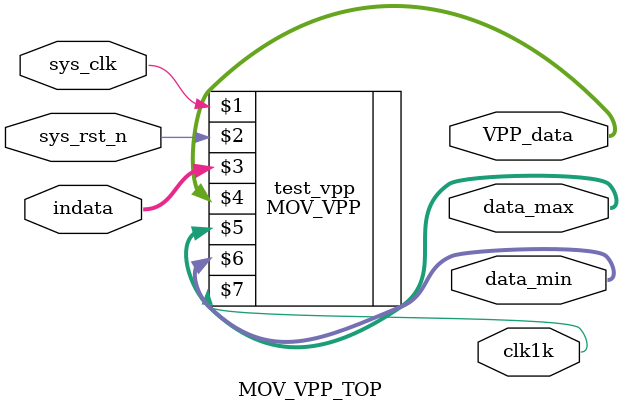
<source format=v>
`timescale 1ns / 1ps


module MOV_VPP_TOP(
    input sys_clk,
    input sys_rst_n,
    input signed[15:0]indata,
    output  signed [16:0]VPP_data,
    output  signed[15:0]data_max,data_min,
    output  clk1k
    );

    MOV_VPP#(8)test_vpp(sys_clk,sys_rst_n,indata,VPP_data,data_max,data_min,clk1k);
endmodule

</source>
